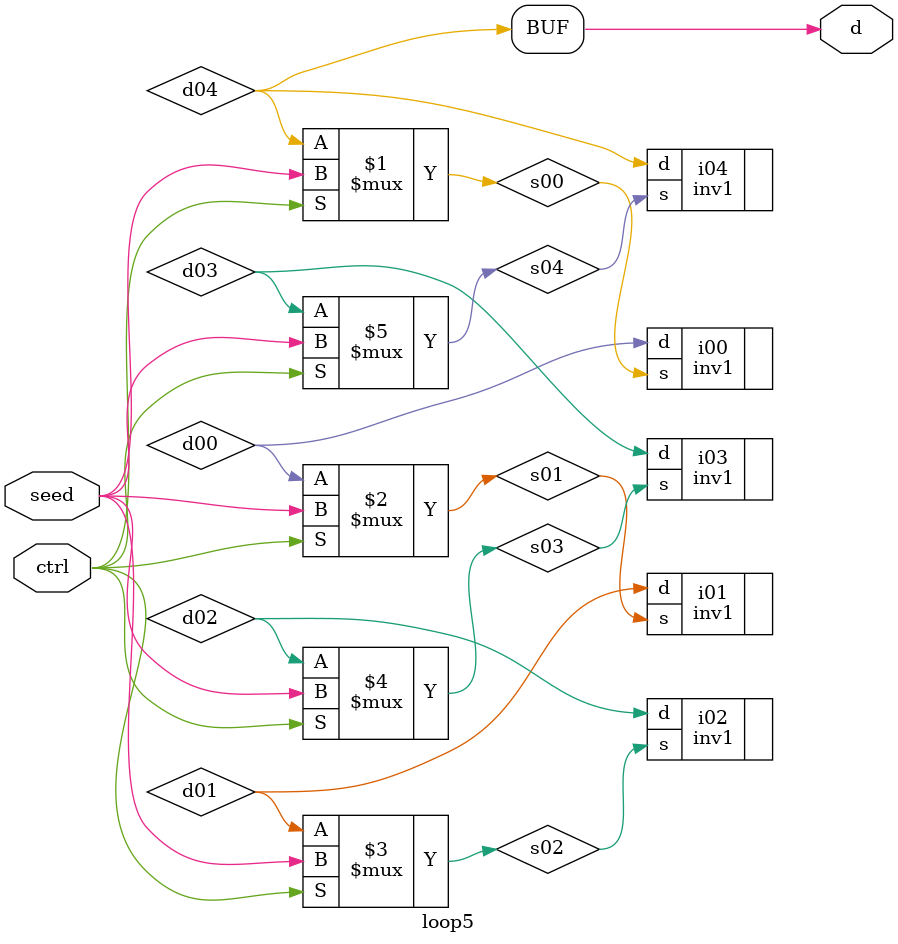
<source format=v>

module loop5(
             input wire  ctrl,
             input wire  seed,
             output wire d
            );

  wire s00;
  wire s01;
  wire s02;
  wire s03;
  wire s04;

  wire d00;
  wire d01;
  wire d02;
  wire d03;
  wire d04;
  
  inv1 i00(.s(s00), .d(d00));
  inv1 i01(.s(s01), .d(d01));
  inv1 i02(.s(s02), .d(d02));
  inv1 i03(.s(s03), .d(d03));
  inv1 i04(.s(s04), .d(d04));

  assign s00 = ctrl ? seed : d04;
  assign s01 = ctrl ? seed : d00;
  assign s02 = ctrl ? seed : d01;
  assign s03 = ctrl ? seed : d02;
  assign s04 = ctrl ? seed : d03;
  
  assign d = d04;
  
endmodule // loop5

  

</source>
